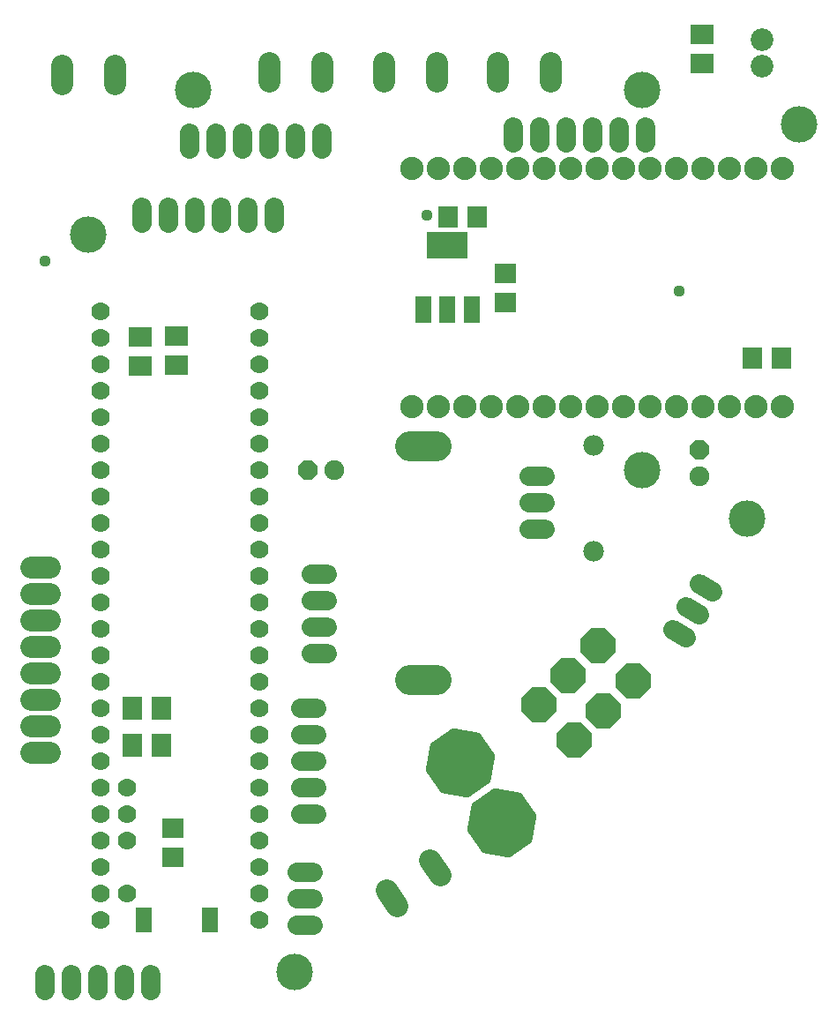
<source format=gbr>
G04 EAGLE Gerber RS-274X export*
G75*
%MOMM*%
%FSLAX34Y34*%
%LPD*%
%INSoldermask Top*%
%IPPOS*%
%AMOC8*
5,1,8,0,0,1.08239X$1,22.5*%
G01*
%ADD10C,3.504800*%
%ADD11C,2.095500*%
%ADD12R,2.104800X1.904800*%
%ADD13R,1.904800X2.104800*%
%ADD14P,2.061953X8X202.500000*%
%ADD15C,1.905000*%
%ADD16P,2.061953X8X112.500000*%
%ADD17C,1.981200*%
%ADD18C,2.184400*%
%ADD19R,1.574800X2.464800*%
%ADD20C,2.844800*%
%ADD21C,1.828800*%
%ADD22R,2.304800X1.904800*%
%ADD23P,3.587798X8X337.500000*%
%ADD24C,1.778000*%
%ADD25C,2.235200*%
%ADD26R,1.524000X2.540000*%
%ADD27R,3.904800X2.504800*%
%ADD28C,2.082800*%
%ADD29P,6.841571X8X327.500000*%
%ADD30R,1.904800X2.304800*%
%ADD31C,1.111200*%


D10*
X74830Y781711D03*
X606440Y920192D03*
X707535Y508730D03*
X272652Y73848D03*
X175440Y920192D03*
X606440Y555192D03*
X757378Y887330D03*
D11*
X358800Y928297D02*
X358800Y946204D01*
X409600Y946204D02*
X409600Y928297D01*
D12*
X155900Y184000D03*
X155900Y212000D03*
D13*
X740500Y662900D03*
X712500Y662900D03*
D14*
X286000Y555100D03*
D15*
X311400Y555100D03*
D16*
X661700Y574600D03*
D15*
X661700Y549200D03*
D12*
X475400Y715900D03*
X475400Y743900D03*
D13*
X420400Y798600D03*
X448400Y798600D03*
D17*
X560100Y477100D03*
X560100Y578700D03*
D18*
X721900Y968700D03*
X721900Y943300D03*
D19*
X128500Y123400D03*
X191900Y123400D03*
D11*
X49100Y926297D02*
X49100Y944204D01*
X99900Y944204D02*
X99900Y926297D01*
D20*
X383600Y353478D02*
X409000Y353478D01*
X409000Y578522D02*
X383600Y578522D01*
D21*
X661404Y445907D02*
X674602Y438287D01*
X661902Y416290D02*
X648704Y423910D01*
X636004Y401913D02*
X649202Y394293D01*
X299100Y863480D02*
X299100Y878720D01*
X273700Y878720D02*
X273700Y863480D01*
X248300Y863480D02*
X248300Y878720D01*
X222900Y878720D02*
X222900Y863480D01*
X197500Y863480D02*
X197500Y878720D01*
X172100Y878720D02*
X172100Y863480D01*
X482800Y869280D02*
X482800Y884520D01*
X508200Y884520D02*
X508200Y869280D01*
X533600Y869280D02*
X533600Y884520D01*
X559000Y884520D02*
X559000Y869280D01*
X584400Y869280D02*
X584400Y884520D01*
X609800Y884520D02*
X609800Y869280D01*
D11*
X467500Y928297D02*
X467500Y946204D01*
X518300Y946204D02*
X518300Y928297D01*
X248200Y928297D02*
X248200Y946204D01*
X299000Y946204D02*
X299000Y928297D01*
D21*
X293820Y276200D02*
X278580Y276200D01*
X278580Y301600D02*
X293820Y301600D01*
X293820Y327000D02*
X278580Y327000D01*
X278580Y250800D02*
X293820Y250800D01*
X293820Y225400D02*
X278580Y225400D01*
X84000Y71420D02*
X84000Y56180D01*
X109400Y56180D02*
X109400Y71420D01*
X134800Y71420D02*
X134800Y56180D01*
X58600Y56180D02*
X58600Y71420D01*
X33200Y71420D02*
X33200Y56180D01*
X498380Y549500D02*
X513620Y549500D01*
X513620Y524100D02*
X498380Y524100D01*
X498380Y498700D02*
X513620Y498700D01*
D22*
X664100Y973500D03*
X664100Y945500D03*
X159900Y656000D03*
X159900Y684000D03*
X124900Y655500D03*
X124900Y683500D03*
D23*
X507240Y330005D03*
X535617Y358383D03*
X563995Y386760D03*
X597760Y352995D03*
X569383Y324617D03*
X541005Y296240D03*
D24*
X239300Y174200D03*
X239300Y199600D03*
X239300Y225000D03*
X239300Y250400D03*
X239300Y275800D03*
X239300Y301200D03*
X239300Y326600D03*
X239300Y352000D03*
X239300Y377400D03*
X239300Y402800D03*
X239300Y428200D03*
X239300Y453600D03*
X86900Y453600D03*
X86900Y428200D03*
X86900Y402800D03*
X86900Y377400D03*
X86900Y352000D03*
X86900Y326600D03*
X86900Y301200D03*
X86900Y275800D03*
X86900Y250400D03*
X86900Y225000D03*
X86900Y199600D03*
X239300Y148800D03*
X86900Y174200D03*
X86900Y148800D03*
X239300Y123400D03*
X86900Y123400D03*
X239300Y479000D03*
X86900Y479000D03*
X239300Y504400D03*
X239300Y529800D03*
X239300Y555200D03*
X239300Y580600D03*
X239300Y606000D03*
X239300Y631400D03*
X239300Y656800D03*
X239300Y682200D03*
X239300Y707600D03*
X86900Y707600D03*
X86900Y682200D03*
X86900Y656800D03*
X86900Y631400D03*
X86900Y606000D03*
X86900Y580600D03*
X86900Y555200D03*
X86900Y529800D03*
X86900Y504400D03*
X112300Y148800D03*
X112300Y199600D03*
X112300Y225000D03*
X112300Y250400D03*
D25*
X385200Y616000D03*
X410600Y616000D03*
X436000Y616000D03*
X461400Y616000D03*
X486800Y616000D03*
X512200Y616000D03*
X537600Y616000D03*
X563000Y616000D03*
X588400Y616000D03*
X613800Y616000D03*
X639200Y616000D03*
X664600Y616000D03*
X690000Y616000D03*
X715400Y616000D03*
X740800Y616000D03*
X385200Y844600D03*
X410600Y844600D03*
X436000Y844600D03*
X461400Y844600D03*
X486800Y844600D03*
X512200Y844600D03*
X537600Y844600D03*
X563000Y844600D03*
X588400Y844600D03*
X613800Y844600D03*
X639200Y844600D03*
X664600Y844600D03*
X690000Y844600D03*
X715400Y844600D03*
X740800Y844600D03*
D26*
X396686Y709312D03*
X419800Y709312D03*
X442914Y709312D03*
D27*
X419800Y771290D03*
D28*
X37490Y386000D02*
X19710Y386000D01*
X19710Y360600D02*
X37490Y360600D01*
X37490Y411400D02*
X19710Y411400D01*
X19710Y436800D02*
X37490Y436800D01*
X37490Y462200D02*
X19710Y462200D01*
X19710Y335200D02*
X37490Y335200D01*
X37490Y309800D02*
X19710Y309800D01*
X19710Y284400D02*
X37490Y284400D01*
D11*
X360700Y152064D02*
X370971Y137395D01*
X412584Y166533D02*
X402313Y181201D01*
D29*
X432111Y274138D03*
X472261Y216798D03*
D21*
X202300Y792780D02*
X202300Y808020D01*
X227700Y808020D02*
X227700Y792780D01*
X253100Y792780D02*
X253100Y808020D01*
X176900Y808020D02*
X176900Y792780D01*
X151500Y792780D02*
X151500Y808020D01*
X126100Y808020D02*
X126100Y792780D01*
X289380Y429700D02*
X304620Y429700D01*
X304620Y404300D02*
X289380Y404300D01*
X289380Y378900D02*
X304620Y378900D01*
X304620Y455100D02*
X289380Y455100D01*
D30*
X145000Y291000D03*
X117000Y291000D03*
X145000Y327000D03*
X117000Y327000D03*
D21*
X275380Y118600D02*
X290620Y118600D01*
X290620Y144000D02*
X275380Y144000D01*
X275380Y169400D02*
X290620Y169400D01*
D31*
X33000Y756000D03*
X642000Y727000D03*
X400000Y800000D03*
M02*

</source>
